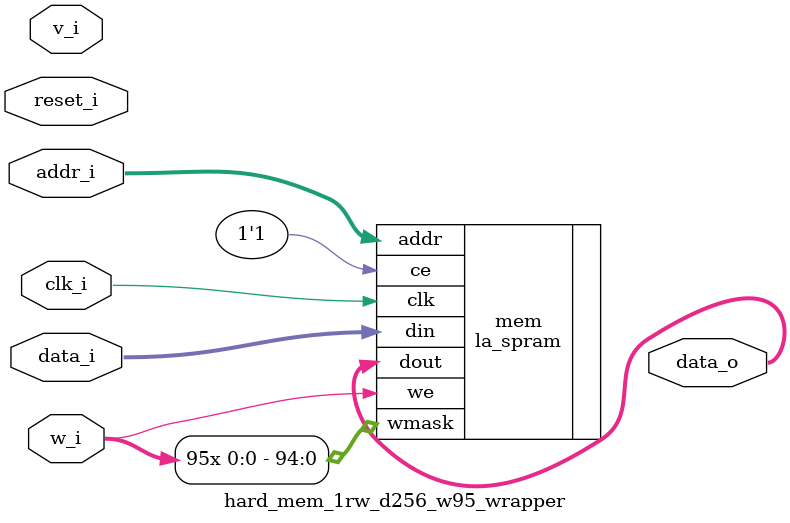
<source format=v>

module hard_mem_1rw_d512_w64_wrapper(clk_i, v_i, reset_i, data_i,
     addr_i, w_i, data_o);
  input clk_i, v_i, reset_i, w_i;
  input [63:0] data_i;
  input [8:0] addr_i;
  output [63:0] data_o;
  wire clk_i, v_i, reset_i, w_i;
  wire [63:0] data_i;
  wire [8:0] addr_i;
  wire [63:0] data_o;

  la_spram #(.DW(64), .AW(9)) mem(
    .clk(clk_i),
    .ce(1'b1),
    .we(w_i),
    .wmask({64{w_i}}),
    .addr(addr_i),
    .din(data_i),
    .dout(data_o)
  );

endmodule

module hard_mem_1rw_bit_mask_d64_w96_wrapper(clk_i, reset_i, data_i,
     addr_i, v_i, w_mask_i, w_i, data_o);
  input clk_i, reset_i, v_i, w_i;
  input [95:0] data_i, w_mask_i;
  input [5:0] addr_i;
  output [95:0] data_o;
  wire clk_i, reset_i, v_i, w_i;
  wire [95:0] data_i, w_mask_i;
  wire [5:0] addr_i;
  wire [95:0] data_o;

  la_spram #(.DW(96), .AW(6)) mem(
    .clk(clk_i),
    .ce(1'b1),
    .we(w_i),
    .wmask({96{w_i}}),
    .addr(addr_i),
    .din(data_i),
    .dout(data_o)
  );

endmodule


module hard_mem_1rw_byte_mask_d512_w64_wrapper(clk_i, reset_i, data_i,
     addr_i, v_i, write_mask_i, w_i, data_o);
  input clk_i, reset_i, v_i, w_i;
  input [63:0] data_i;
  input [8:0] addr_i;
  input [7:0] write_mask_i;
  output [63:0] data_o;
  wire clk_i, reset_i, v_i, w_i;
  wire [63:0] data_i;
  wire [8:0] addr_i;
  wire [7:0] write_mask_i;
  wire [63:0] data_o;
  wire [63:0] wen;

  la_spram #(.DW(64), .AW(9)) mem(
    .clk(clk_i),
    .ce(1'b1),
    .we(w_i),
    .wmask({{8{write_mask_i[7]}},
            {8{write_mask_i[6]}},
            {8{write_mask_i[5]}},
            {8{write_mask_i[4]}},
            {8{write_mask_i[3]}},
            {8{write_mask_i[2]}},
            {8{write_mask_i[1]}},
            {8{write_mask_i[0]}}}),
    .addr(addr_i),
    .din(data_i),
    .dout(data_o)
  );

endmodule

module hard_mem_1rw_bit_mask_d64_w7_wrapper(clk_i, reset_i, data_i,
     addr_i, v_i, w_mask_i, w_i, data_o);
  input clk_i, reset_i, v_i, w_i;
  input [6:0] data_i, w_mask_i;
  input [5:0] addr_i;
  output [6:0] data_o;
  wire clk_i, reset_i, v_i, w_i;
  wire [6:0] data_i, w_mask_i;
  wire [5:0] addr_i;
  wire [6:0] data_o;

  la_spram #(.DW(7), .AW(6)) mem(
    .clk(clk_i),
    .ce(1'b1),
    .we(w_i),
    .wmask({7{w_i}}),
    .addr(addr_i),
    .din(data_i),
    .dout(data_o)
  );

endmodule

module hard_mem_1rw_bit_mask_d64_w15_wrapper(clk_i, reset_i, data_i,
     addr_i, v_i, w_mask_i, w_i, data_o);
  input clk_i, reset_i, v_i, w_i;
  input [14:0] data_i, w_mask_i;
  input [5:0] addr_i;
  output [14:0] data_o;
  wire clk_i, reset_i, v_i, w_i;
  wire [14:0] data_i, w_mask_i;
  wire [5:0] addr_i;
  wire [14:0] data_o;

  la_spram #(.DW(15), .AW(6)) mem(
    .clk(clk_i),
    .ce(1'b1),
    .we(w_i),
    .wmask({15{w_i}}),
    .addr(addr_i),
    .din(data_i),
    .dout(data_o)
  );

endmodule


module hard_mem_1rw_d256_w95_wrapper(clk_i, v_i, reset_i, data_i,
     addr_i, w_i, data_o);
  input clk_i, v_i, reset_i, w_i;
  input [94:0] data_i;
  input [7:0] addr_i;
  output [94:0] data_o;
  wire clk_i, v_i, reset_i, w_i;
  wire [94:0] data_i;
  wire [7:0] addr_i;
  wire [94:0] data_o;

  la_spram #(.DW(95), .AW(8)) mem(
    .clk(clk_i),
    .ce(1'b1),
    .we(w_i),
    .wmask({95{w_i}}),
    .addr(addr_i),
    .din(data_i),
    .dout(data_o)
  );

endmodule

</source>
